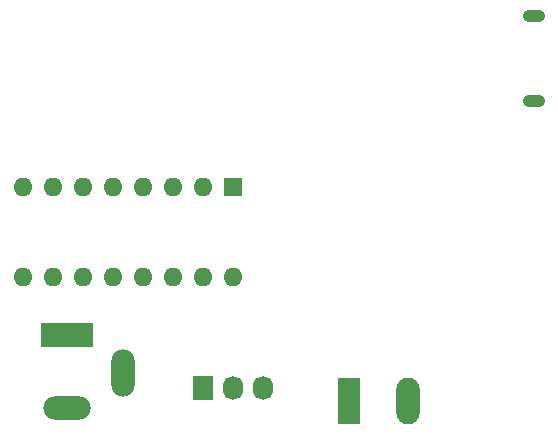
<source format=gbr>
%TF.GenerationSoftware,KiCad,Pcbnew,8.0.5-8.0.5-0~ubuntu24.04.1*%
%TF.CreationDate,2024-09-17T16:47:34-05:00*%
%TF.ProjectId,Airboat,41697262-6f61-4742-9e6b-696361645f70,rev?*%
%TF.SameCoordinates,Original*%
%TF.FileFunction,Soldermask,Bot*%
%TF.FilePolarity,Negative*%
%FSLAX46Y46*%
G04 Gerber Fmt 4.6, Leading zero omitted, Abs format (unit mm)*
G04 Created by KiCad (PCBNEW 8.0.5-8.0.5-0~ubuntu24.04.1) date 2024-09-17 16:47:34*
%MOMM*%
%LPD*%
G01*
G04 APERTURE LIST*
%ADD10R,1.730000X2.030000*%
%ADD11O,1.730000X2.030000*%
%ADD12R,1.600000X1.600000*%
%ADD13O,1.600000X1.600000*%
%ADD14O,1.900000X1.050000*%
%ADD15R,4.500000X2.000000*%
%ADD16O,4.000000X2.000000*%
%ADD17O,2.000000X4.000000*%
%ADD18R,1.980000X3.960000*%
%ADD19O,1.980000X3.960000*%
G04 APERTURE END LIST*
D10*
%TO.C,J1*%
X138125200Y-128270000D03*
D11*
X140665200Y-128270000D03*
X143205200Y-128270000D03*
%TD*%
D12*
%TO.C,U5*%
X140642546Y-111280379D03*
D13*
X138102546Y-111280379D03*
X135562546Y-111280379D03*
X133022546Y-111280379D03*
X130482546Y-111280379D03*
X127942546Y-111280379D03*
X125402546Y-111280379D03*
X122862546Y-111280379D03*
X122862546Y-118900379D03*
X125402546Y-118900379D03*
X127942546Y-118900379D03*
X130482546Y-118900379D03*
X133022546Y-118900379D03*
X135562546Y-118900379D03*
X138102546Y-118900379D03*
X140642546Y-118900379D03*
%TD*%
D14*
%TO.C,J4*%
X166142546Y-103980379D03*
X166142546Y-96830379D03*
%TD*%
D15*
%TO.C,J2*%
X126642546Y-123780379D03*
D16*
X126642546Y-129980379D03*
D17*
X131342546Y-126980379D03*
%TD*%
D18*
%TO.C,J5*%
X150498800Y-129413000D03*
D19*
X155498800Y-129413000D03*
%TD*%
M02*

</source>
